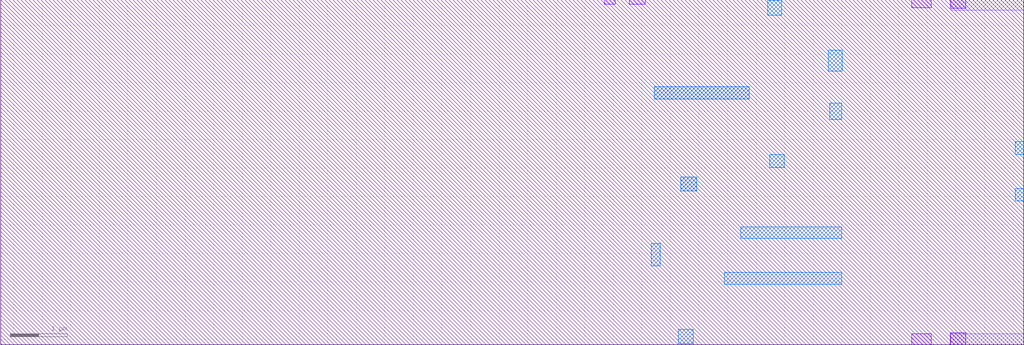
<source format=lef>
VERSION 5.7 ;
  NOWIREEXTENSIONATPIN ON ;
  DIVIDERCHAR "/" ;
  BUSBITCHARS "[]" ;
UNITS
  DATABASE MICRONS 200 ;
END UNITS

LAYER via2
  TYPE CUT ;
END via2

LAYER via
  TYPE CUT ;
END via

LAYER nwell
  TYPE MASTERSLICE ;
END nwell

LAYER via3
  TYPE CUT ;
END via3

LAYER pwell
  TYPE MASTERSLICE ;
END pwell

LAYER via4
  TYPE CUT ;
END via4

LAYER mcon
  TYPE CUT ;
END mcon

LAYER met6
  TYPE ROUTING ;
  WIDTH 0.030000 ;
  SPACING 0.040000 ;
  DIRECTION HORIZONTAL ;
END met6

LAYER met1
  TYPE ROUTING ;
  WIDTH 0.140000 ;
  SPACING 0.140000 ;
  DIRECTION HORIZONTAL ;
END met1

LAYER met3
  TYPE ROUTING ;
  WIDTH 0.300000 ;
  SPACING 0.300000 ;
  DIRECTION HORIZONTAL ;
END met3

LAYER met2
  TYPE ROUTING ;
  WIDTH 0.140000 ;
  SPACING 0.140000 ;
  DIRECTION HORIZONTAL ;
END met2

LAYER met4
  TYPE ROUTING ;
  WIDTH 0.300000 ;
  SPACING 0.300000 ;
  DIRECTION HORIZONTAL ;
END met4

LAYER met5
  TYPE ROUTING ;
  WIDTH 1.600000 ;
  SPACING 1.600000 ;
  DIRECTION HORIZONTAL ;
END met5

LAYER li1
  TYPE ROUTING ;
  WIDTH 0.170000 ;
  SPACING 0.170000 ;
  DIRECTION HORIZONTAL ;
END li1

MACRO sky130_hilas_ta2cell_nofg
  CLASS BLOCK ;
  FOREIGN sky130_hilas_ta2cell_nofg ;
  ORIGIN 14.730 -1.400 ;
  SIZE 17.920 BY 6.050 ;
  OBS
      LAYER nwell ;
        RECT 1.920 7.270 3.190 7.450 ;
        RECT -3.280 5.710 -1.620 5.930 ;
        RECT -2.820 4.100 -2.540 4.340 ;
        RECT 1.910 1.400 3.190 1.590 ;
      LAYER met1 ;
        RECT -4.160 7.370 -3.970 7.450 ;
        RECT -3.720 7.370 -3.440 7.450 ;
        RECT 1.230 7.310 1.570 7.450 ;
        RECT 1.900 7.300 2.170 7.450 ;
        RECT 1.230 1.400 1.570 1.590 ;
        RECT 1.900 1.400 2.170 1.610 ;
      LAYER met2 ;
        RECT -1.300 7.180 -1.050 7.440 ;
        RECT -0.240 6.200 0.010 6.570 ;
        RECT -3.280 5.710 -1.620 5.930 ;
        RECT -0.210 5.350 0.000 5.640 ;
        RECT 3.040 4.740 3.190 4.960 ;
        RECT -1.260 4.510 -1.010 4.740 ;
        RECT -2.820 4.100 -2.540 4.340 ;
        RECT 3.040 3.920 3.190 4.140 ;
        RECT -1.770 3.270 0.000 3.470 ;
        RECT -3.340 2.780 -3.180 3.180 ;
        RECT -2.060 2.460 0.000 2.670 ;
        RECT -2.860 1.420 -2.600 1.670 ;
  END
END sky130_hilas_ta2cell_nofg
END LIBRARY


</source>
